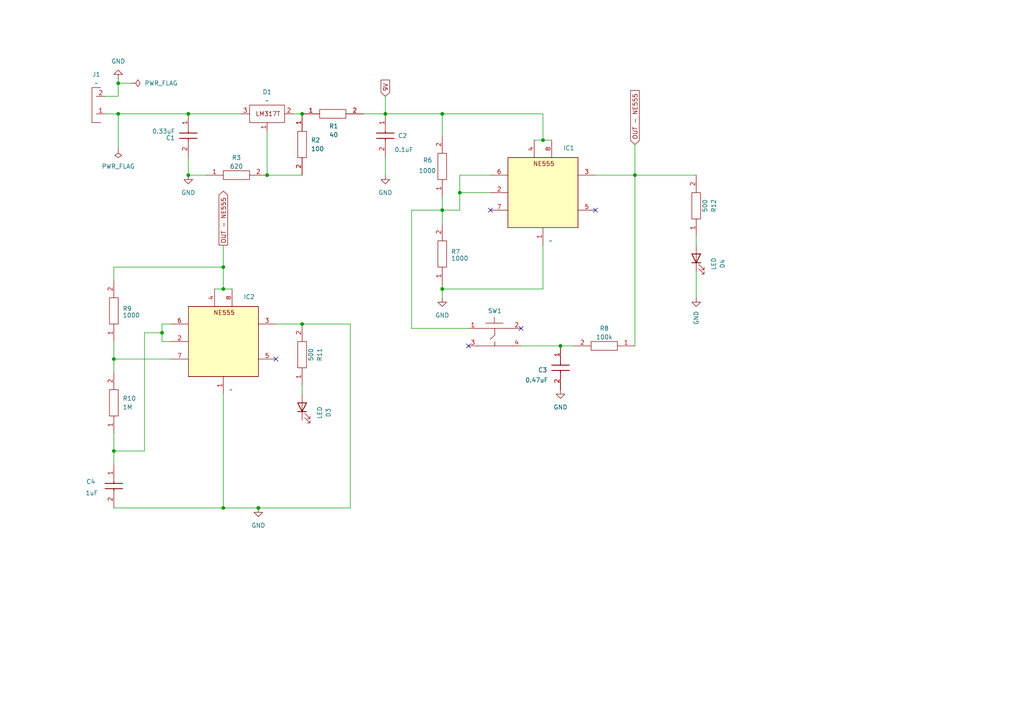
<source format=kicad_sch>
(kicad_sch (version 20250114) (generator "eeschema") (generator_version "9.0")
  (paper "A4")
  (lib_symbols
    (symbol "Device:LED" (pin_numbers (hide yes)) (pin_names (offset 1.016) (hide yes))
      (property "Reference" "D" (at 0 2.54 0))
      (property "Value" "LED" (at 0 -2.54 0))
      (symbol "LED_0_1"
        (polyline (pts (xy -3.048 -0.762) (xy -4.572 -2.286) (xy -3.81 -2.286) (xy -4.572 -2.286) (xy -4.572 -1.524)))
        (polyline (pts (xy -1.778 -0.762) (xy -3.302 -2.286) (xy -2.54 -2.286) (xy -3.302 -2.286) (xy -3.302 -1.524)))
        (polyline (pts (xy -1.27 0) (xy 1.27 0)))
        (polyline (pts (xy -1.27 -1.27) (xy -1.27 1.27)) (stroke (width 0.254)))
        (polyline (pts (xy 1.27 -1.27) (xy 1.27 1.27) (xy -1.27 0) (xy 1.27 -1.27)) (stroke (width 0.254)))
      )
      (symbol "LED_1_1"
        (pin passive line (at -3.81 0 0) (length 2.54) (name "K") (number "1"))
        (pin passive line (at 3.81 0 180) (length 2.54) (name "A") (number "2"))
      )
    )
    (symbol "My_lib2:C_564R60GAD10" (pin_names (hide yes))
      (property "Reference" "C" (at 5.588 5.588 0))
      (symbol "C_564R60GAD10_1_1"
        (polyline (pts (xy 5.08 0) (xy 5.588 0)) (stroke (width 0.254)))
        (polyline (pts (xy 5.588 2.54) (xy 5.588 -2.54)) (stroke (width 0.254)))
        (polyline (pts (xy 7.112 2.54) (xy 7.112 -2.54)) (stroke (width 0.254)))
        (polyline (pts (xy 7.112 0) (xy 7.62 0)) (stroke (width 0.254)))
        (pin passive line (at 0 0 0) (length 5.08) (name "1") (number "1"))
        (pin passive line (at 12.7 0 180) (length 5.08) (name "2") (number "2"))
      )
    )
    (symbol "My_lib2:LM317T"
      (property "Reference" "D1" (at 7.62 6.35 0))
      (property "Value" "~" (at 7.62 3.81 0))
      (symbol "LM317T_0_1"
        (rectangle (start 2.54 2.54) (end 12.7 -2.54))
      )
      (symbol "LM317T_1_1"
        (text "LM317T\n" (at 7.874 0 0) (effects (font (size 1.27 1.27))))
        (pin input line (at 0 0 0) (length 2.54) (name "") (number "3"))
        (pin input line (at 7.62 -5.08 90) (length 2.54) (name "") (number "1"))
        (pin input line (at 15.24 0 180) (length 2.54) (name "") (number "2"))
      )
    )
    (symbol "My_lib2:NE555"
      (property "Reference" "IC" (at 17.272 3.048 0))
      (symbol "NE555_0_1"
        (rectangle (start 0 0) (end 20.32 -20.32))
      )
      (symbol "NE555_1_1"
        (text "NE555\n" (at 10.414 -1.778 0) (effects (font (size 1.27 1.27))))
        (text_box "" (at 20.32 -20.32 0) (size -20.32 20.32) (margins 1.016 1.016 1.016 1.016) (fill (type color) (color 255 255 194 1)) (effects (font (size 1.27 1.27)) (justify left top)))
        (pin passive line (at -5.08 -5.08 0) (length 5.08) (name "") (number "6"))
        (pin passive line (at -5.08 -10.16 0) (length 5.08) (name "") (number "2"))
        (pin passive line (at -5.08 -15.24 0) (length 5.08) (name "") (number "7"))
        (pin passive line (at 7.62 5.08 270) (length 5.08) (name "") (number "4"))
        (pin passive line (at 10.16 -25.4 90) (length 5.08) (name "") (number "1"))
        (pin passive line (at 12.7 5.08 270) (length 5.08) (name "") (number "8"))
        (pin passive line (at 25.4 -5.08 180) (length 5.08) (name "") (number "3"))
        (pin passive line (at 25.4 -15.24 180) (length 5.08) (name "") (number "5"))
      )
    )
    (symbol "My_lib2:R_CF100-3K3-J-TB-070-62" (pin_names (offset 0) (hide yes))
      (property "Reference" "R" (at 5.08 2.794 0))
      (symbol "R_CF100-3K3-J-TB-070-62_0_0"
        (pin passive line (at 0 0 0) (length 5.08) (name "~") (number "1"))
        (pin passive line (at 17.78 0 180) (length 5.08) (name "~") (number "2"))
      )
      (symbol "R_CF100-3K3-J-TB-070-62_0_1"
        (polyline (pts (xy 5.08 1.27) (xy 12.7 1.27) (xy 12.7 -1.27) (xy 5.08 -1.27) (xy 5.08 1.27)) (stroke (width 0.1524)))
      )
    )
    (symbol "My_lib2:SW_Push" (pin_names (offset 0.002) (hide yes))
      (property "Reference" "SW" (at 0.635 3.81 0))
      (symbol "SW_Push_0_1"
        (polyline (pts (xy -5.08 0) (xy 5.08 0)))
        (polyline (pts (xy -0.127 1.524) (xy -0.127 3.302)))
        (polyline (pts (xy 0 0) (xy 0 -1.905) (xy -1.27 -3.175)))
        (polyline (pts (xy 0 -3.81) (xy 0 -5.08) (xy -5.08 -5.08) (xy 5.08 -5.08)))
        (polyline (pts (xy 2.413 1.524) (xy -2.667 1.524)))
        (pin passive line (at -7.62 0 0) (length 2.54) (name "1") (number "1"))
      )
      (symbol "SW_Push_1_1"
        (pin passive line (at -7.62 -5.08 0) (length 2.54) (name "1") (number "3"))
        (pin passive line (at 7.62 0 180) (length 2.54) (name "2") (number "2"))
        (pin passive line (at 7.62 -5.08 180) (length 2.54) (name "2") (number "4"))
      )
    )
    (symbol "My_lib2:TB-09A"
      (property "Reference" "J1" (at -1.016 1.778 0))
      (property "Value" "~" (at 3.81 -2.54 0))
      (symbol "TB-09A_0_1"
        (polyline (pts (xy 5.08 -2.54) (xy 5.08 0) (xy -5.08 0) (xy -5.08 -2.54)))
      )
      (symbol "TB-09A_1_1"
        (pin power_in line (at -2.54 -3.81 90) (length 2.54) (name "") (number "1"))
        (pin power_in line (at 2.54 -3.81 90) (length 2.54) (name "") (number "2"))
      )
    )
    (symbol "NE555_1"
      (property "Reference" "IC2" (at 16.002 2.794 0))
      (property "Value" "~" (at 11.8111 -24.13 0))
      (symbol "NE555_1_0_1"
        (rectangle (start 0 0) (end 20.32 -20.32))
      )
      (symbol "NE555_1_1_1"
        (text "NE555\n" (at 10.414 -1.778 0) (effects (font (size 1.27 1.27))))
        (text_box "" (at 20.32 -20.32 0) (size -20.32 20.32) (margins 1.016 1.016 1.016 1.016) (fill (type color) (color 255 255 194 1)) (effects (font (size 1.27 1.27)) (justify left top)))
        (pin passive line (at -5.08 -5.08 0) (length 5.08) (name "") (number "6"))
        (pin passive line (at -5.08 -10.16 0) (length 5.08) (name "") (number "2"))
        (pin passive line (at -5.08 -15.24 0) (length 5.08) (name "") (number "7"))
        (pin passive line (at 7.62 5.08 270) (length 5.08) (name "") (number "4"))
        (pin passive line (at 10.16 -25.4 90) (length 5.08) (name "") (number "1"))
        (pin passive line (at 12.7 5.08 270) (length 5.08) (name "") (number "8"))
        (pin passive line (at 25.4 -5.08 180) (length 5.08) (name "") (number "3"))
        (pin passive line (at 25.4 -15.24 180) (length 5.08) (name "") (number "5"))
      )
    )
    (symbol "power:GND" (power) (pin_numbers (hide yes)) (pin_names (offset 0) (hide yes))
      (property "Value" "GND" (at 0 -3.81 0))
      (symbol "GND_0_1"
        (polyline (pts (xy 0 0) (xy 0 -1.27) (xy 1.27 -1.27) (xy 0 -2.54) (xy -1.27 -1.27) (xy 0 -1.27)))
      )
      (symbol "GND_1_1"
        (pin power_in line (at 0 0 270) (length 0) (name "~") (number "1"))
      )
    )
    (symbol "power:PWR_FLAG" (power) (pin_numbers (hide yes)) (pin_names (offset 0) (hide yes))
      (property "Value" "PWR_FLAG" (at 0 3.81 0))
      (symbol "PWR_FLAG_0_0"
        (pin power_out line (at 0 0 90) (length 0) (name "~") (number "1"))
      )
      (symbol "PWR_FLAG_0_1"
        (polyline (pts (xy 0 0) (xy 0 1.27) (xy -1.016 1.905) (xy 0 2.54) (xy 1.016 1.905) (xy 0 1.27)))
      )
    )
  )
  (junction (at 34.29 33.02))
  (junction (at 128.27 83.82))
  (junction (at 133.35 55.88))
  (junction (at 46.99 96.52))
  (junction (at 54.61 33.02))
  (junction (at 111.76 33.02))
  (junction (at 74.93 147.32))
  (junction (at 54.61 50.8))
  (junction (at 33.02 104.14))
  (junction (at 87.63 33.02))
  (junction (at 128.27 33.02))
  (junction (at 77.47 50.8))
  (junction (at 184.15 50.8))
  (junction (at 64.77 77.47))
  (junction (at 128.27 60.96))
  (junction (at 162.56 100.33))
  (junction (at 64.77 147.32))
  (junction (at 33.02 130.81))
  (junction (at 87.63 93.98))
  (junction (at 64.77 83.82))
  (junction (at 34.29 24.13))
  (junction (at 157.48 40.64))
  (no_connect (at 135.89 100.33))
  (no_connect (at 151.13 95.25))
  (no_connect (at 142.24 60.96))
  (no_connect (at 80.01 104.14))
  (no_connect (at 172.72 60.96))
  (wire (pts (xy 46.99 93.98) (xy 49.53 93.98)))
  (wire (pts (xy 157.48 33.02) (xy 157.48 40.64)))
  (wire (pts (xy 34.29 27.94) (xy 30.48 27.94)))
  (wire (pts (xy 77.47 38.1) (xy 77.47 50.8)))
  (wire (pts (xy 111.76 27.94) (xy 111.76 33.02)))
  (wire (pts (xy 77.47 50.8) (xy 87.63 50.8)))
  (wire (pts (xy 54.61 45.72) (xy 54.61 50.8)))
  (wire (pts (xy 64.77 114.3) (xy 64.77 147.32)))
  (wire (pts (xy 46.99 99.06) (xy 46.99 96.52)))
  (wire (pts (xy 111.76 33.02) (xy 128.27 33.02)))
  (wire (pts (xy 64.77 147.32) (xy 74.93 147.32)))
  (wire (pts (xy 34.29 33.02) (xy 54.61 33.02)))
  (wire (pts (xy 46.99 96.52) (xy 46.99 93.98)))
  (wire (pts (xy 74.93 147.32) (xy 101.6 147.32)))
  (wire (pts (xy 154.94 40.64) (xy 157.48 40.64)))
  (wire (pts (xy 101.6 93.98) (xy 101.6 147.32)))
  (wire (pts (xy 34.29 43.18) (xy 34.29 33.02)))
  (wire (pts (xy 34.29 24.13) (xy 38.1 24.13)))
  (wire (pts (xy 133.35 60.96) (xy 128.27 60.96)))
  (wire (pts (xy 64.77 71.12) (xy 64.77 77.47)))
  (wire (pts (xy 64.77 77.47) (xy 64.77 83.82)))
  (wire (pts (xy 128.27 82.55) (xy 128.27 83.82)))
  (wire (pts (xy 33.02 104.14) (xy 49.53 104.14)))
  (wire (pts (xy 46.99 96.52) (xy 41.91 96.52)))
  (wire (pts (xy 64.77 83.82) (xy 67.31 83.82)))
  (wire (pts (xy 151.13 100.33) (xy 162.56 100.33)))
  (wire (pts (xy 201.93 68.58) (xy 201.93 71.12)))
  (wire (pts (xy 30.48 33.02) (xy 34.29 33.02)))
  (wire (pts (xy 59.69 50.8) (xy 54.61 50.8)))
  (wire (pts (xy 41.91 96.52) (xy 41.91 130.81)))
  (wire (pts (xy 33.02 99.06) (xy 33.02 104.14)))
  (wire (pts (xy 128.27 83.82) (xy 157.48 83.82)))
  (wire (pts (xy 128.27 33.02) (xy 157.48 33.02)))
  (wire (pts (xy 184.15 41.91) (xy 184.15 50.8)))
  (wire (pts (xy 33.02 77.47) (xy 64.77 77.47)))
  (wire (pts (xy 133.35 55.88) (xy 142.24 55.88)))
  (wire (pts (xy 34.29 22.86) (xy 34.29 24.13)))
  (wire (pts (xy 133.35 50.8) (xy 133.35 55.88)))
  (wire (pts (xy 142.24 50.8) (xy 133.35 50.8)))
  (wire (pts (xy 33.02 125.73) (xy 33.02 130.81)))
  (wire (pts (xy 49.53 99.06) (xy 46.99 99.06)))
  (wire (pts (xy 157.48 40.64) (xy 160.02 40.64)))
  (wire (pts (xy 128.27 83.82) (xy 128.27 86.36)))
  (wire (pts (xy 128.27 60.96) (xy 119.38 60.96)))
  (wire (pts (xy 172.72 50.8) (xy 184.15 50.8)))
  (wire (pts (xy 184.15 50.8) (xy 184.15 100.33)))
  (wire (pts (xy 34.29 24.13) (xy 34.29 27.94)))
  (wire (pts (xy 80.01 93.98) (xy 87.63 93.98)))
  (wire (pts (xy 128.27 33.02) (xy 128.27 39.37)))
  (wire (pts (xy 41.91 130.81) (xy 33.02 130.81)))
  (wire (pts (xy 54.61 33.02) (xy 69.85 33.02)))
  (wire (pts (xy 128.27 57.15) (xy 128.27 60.96)))
  (wire (pts (xy 33.02 147.32) (xy 64.77 147.32)))
  (wire (pts (xy 119.38 60.96) (xy 119.38 95.25)))
  (wire (pts (xy 111.76 45.72) (xy 111.76 50.8)))
  (wire (pts (xy 62.23 83.82) (xy 64.77 83.82)))
  (wire (pts (xy 87.63 111.76) (xy 87.63 114.3)))
  (wire (pts (xy 184.15 50.8) (xy 201.93 50.8)))
  (wire (pts (xy 128.27 60.96) (xy 128.27 64.77)))
  (wire (pts (xy 87.63 93.98) (xy 101.6 93.98)))
  (wire (pts (xy 157.48 71.12) (xy 157.48 83.82)))
  (wire (pts (xy 33.02 77.47) (xy 33.02 81.28)))
  (wire (pts (xy 85.09 33.02) (xy 87.63 33.02)))
  (wire (pts (xy 201.93 78.74) (xy 201.93 86.36)))
  (wire (pts (xy 33.02 130.81) (xy 33.02 134.62)))
  (wire (pts (xy 111.76 33.02) (xy 105.41 33.02)))
  (wire (pts (xy 33.02 104.14) (xy 33.02 107.95)))
  (wire (pts (xy 133.35 55.88) (xy 133.35 60.96)))
  (wire (pts (xy 162.56 100.33) (xy 166.37 100.33)))
  (wire (pts (xy 119.38 95.25) (xy 135.89 95.25)))
  (global_label "9V" (shape input) (at 111.76 27.94 90) (property "Intersheetrefs" "${INTERSHEET_REFS}" (effects (hide yes))))
  (global_label "OUT - NE555" (shape output) (at 64.77 71.12 90) (property "Intersheetrefs" "${INTERSHEET_REFS}" (effects (hide yes))))
  (global_label "OUT - NE555" (shape input) (at 184.15 41.91 90) (property "Intersheetrefs" "${INTERSHEET_REFS}" (effects (hide yes))))
  (symbol (lib_id "My_lib2:C_564R60GAD10") (at 33.02 134.62 270) (unit 1)
    (property "Reference" "C4" (at 27.686 139.7 90) (effects (justify right)))
    (property "Value" "1uF" (at 28.448 143.002 90) (effects (justify right)))
    (property "Footprint" "My_lib2:C - 564R60GAD10" (effects (hide yes)))
    (property "Datasheet" "https://componentsearchengine.com/Datasheets/1/564R60GAD10.pdf" (effects (hide yes)))
    (property "Description" "Cap Ceramic Single 0.001uF 6000V Z5U 20% (10.2 X 6.9mm) Radial 9.5mm 105C Bulk" (effects (hide yes)))
    (property "Height" "10.2" (effects (hide yes)))
    (property "Manufacturer_Name" "Vishay" (effects (hide yes)))
    (property "Manufacturer_Part_Number" "564R60GAD10" (effects (hide yes)))
    (property "Mouser Part Number" "75-564R60GAD10" (effects (hide yes)))
    (property "Mouser Price/Stock" "https://www.mouser.co.uk/ProductDetail/Vishay/564R60GAD10?qs=xrnNvQC1SKQV3fR046g7Jg%3D%3D" (effects (hide yes)))
    (property "Arrow Part Number" "564R60GAD10" (effects (hide yes)))
    (property "Arrow Price/Stock" "https://www.arrow.com/en/products/564r60gad10/vishay?region=nac" (effects (hide yes)))
  )
  (symbol (lib_id "My_lib2:TB-09A") (at 26.67 30.48 90) (unit 1)
    (property "Reference" "J1" (at 27.94 21.59 90))
    (property "Value" "~" (at 27.94 24.13 90))
    (property "Footprint" "My_lib2:TB-09A" (effects (hide yes)))
    (property "Description" "Винтовой разъем на плату" (effects (hide yes)))
  )
  (symbol (lib_id "power:PWR_FLAG") (at 34.29 43.18 180) (unit 1)
    (property "Reference" "#FLG1" (effects (hide yes)))
    (property "Value" "PWR_FLAG" (at 34.29 48.26 0))
    (property "Description" "Special symbol for telling ERC where power comes from" (effects (hide yes)))
  )
  (symbol (lib_id "power:GND") (at 162.56 113.03 0) (unit 1)
    (property "Reference" "#PWR09" (effects (hide yes)))
    (property "Value" "GND" (at 162.56 118.11 0))
    (property "Description" "Power symbol creates a global label with name \"GND\" , ground" (effects (hide yes)))
  )
  (symbol (lib_id "My_lib2:R_CF100-3K3-J-TB-070-62") (at 87.63 111.76 90) (unit 1)
    (property "Reference" "R11" (at 92.71 102.87 0))
    (property "Value" "500" (at 90.17 102.87 0))
    (property "Footprint" "My_lib2:R axil" (effects (hide yes)))
    (property "Description" "CF100-3K3-J-TB-070-62 CARBON FILM FIXED RESISTOR, 1.0(1W)" (effects (hide yes)))
    (property "Description_1" "CARBON FILM FIXED RESISTOR, 1.0(1W)" (effects (hide yes)))
    (property "Manufacturer_Name" "HKR" (effects (hide yes)))
    (property "Manufacturer_Part_Number" "CF100-3K3-J-TB-070-62" (effects (hide yes)))
  )
  (symbol (lib_id "power:GND") (at 34.29 22.86 180) (unit 1)
    (property "Reference" "#PWR4" (effects (hide yes)))
    (property "Value" "GND" (at 34.29 17.78 0))
    (property "Description" "Power symbol creates a global label with name \"GND\" , ground" (effects (hide yes)))
  )
  (symbol (lib_id "power:GND") (at 201.93 86.36 0) (unit 1)
    (property "Reference" "#PWR011" (effects (hide yes)))
    (property "Value" "GND" (at 201.9301 90.17 90) (effects (justify right)))
    (property "Description" "Power symbol creates a global label with name \"GND\" , ground" (effects (hide yes)))
  )
  (symbol (lib_id "My_lib2:R_CF100-3K3-J-TB-070-62") (at 59.69 50.8 0) (unit 1)
    (property "Reference" "R3" (at 68.58 45.72 0))
    (property "Value" "620" (at 68.58 48.26 0))
    (property "Footprint" "My_lib2:R axil" (effects (hide yes)))
    (property "Description" "CF100-3K3-J-TB-070-62 CARBON FILM FIXED RESISTOR, 1.0(1W)" (effects (hide yes)))
    (property "Description_1" "CARBON FILM FIXED RESISTOR, 1.0(1W)" (effects (hide yes)))
    (property "Manufacturer_Name" "HKR" (effects (hide yes)))
    (property "Manufacturer_Part_Number" "CF100-3K3-J-TB-070-62" (effects (hide yes)))
  )
  (symbol (lib_id "My_lib2:NE555") (at 147.32 45.72 0) (unit 1)
    (property "Reference" "IC1" (at 163.322 42.926 0) (effects (justify left)))
    (property "Value" "~" (at 159.1311 69.85 0) (effects (justify left)))
    (property "Footprint" "My_lib2:8-DIP" (effects (hide yes)))
    (property "Datasheet" "https://static.chipdip.ru/lib/142/DOC000142784.pdf" (effects (hide yes)))
  )
  (symbol (lib_id "power:GND") (at 111.76 50.8 0) (unit 1)
    (property "Reference" "#PWR7" (effects (hide yes)))
    (property "Value" "GND" (at 111.76 55.88 0))
    (property "Description" "Power symbol creates a global label with name \"GND\" , ground" (effects (hide yes)))
  )
  (symbol (lib_id "My_lib2:C_564R60GAD10") (at 162.56 100.33 270) (unit 1)
    (property "Reference" "C3" (at 158.75 107.3151 90) (effects (justify right)))
    (property "Value" "0.47uF" (at 159.004 110.236 90) (effects (justify right)))
    (property "Footprint" "My_lib2:C - 564R60GAD10" (effects (hide yes)))
    (property "Datasheet" "https://componentsearchengine.com/Datasheets/1/564R60GAD10.pdf" (effects (hide yes)))
    (property "Description" "Cap Ceramic Single 0.001uF 6000V Z5U 20% (10.2 X 6.9mm) Radial 9.5mm 105C Bulk" (effects (hide yes)))
    (property "Height" "10.2" (effects (hide yes)))
    (property "Manufacturer_Name" "Vishay" (effects (hide yes)))
    (property "Manufacturer_Part_Number" "564R60GAD10" (effects (hide yes)))
    (property "Mouser Part Number" "75-564R60GAD10" (effects (hide yes)))
    (property "Mouser Price/Stock" "https://www.mouser.co.uk/ProductDetail/Vishay/564R60GAD10?qs=xrnNvQC1SKQV3fR046g7Jg%3D%3D" (effects (hide yes)))
    (property "Arrow Part Number" "564R60GAD10" (effects (hide yes)))
    (property "Arrow Price/Stock" "https://www.arrow.com/en/products/564r60gad10/vishay?region=nac" (effects (hide yes)))
  )
  (symbol (lib_id "Device:LED") (at 201.93 74.93 90) (unit 1)
    (property "Reference" "D4" (at 209.55 76.5175 0))
    (property "Value" "LED" (at 207.01 76.5175 0))
    (property "Description" "Light emitting diode" (effects (hide yes)))
    (property "Sim.Pins" "1=K 2=A" (effects (hide yes)))
  )
  (symbol (lib_id "My_lib2:R_CF100-3K3-J-TB-070-62") (at 87.63 33.02 0) (unit 1)
    (property "Reference" "R1" (at 96.774 36.576 0))
    (property "Value" "40" (at 96.774 39.116 0))
    (property "Footprint" "My_lib2:R axil" (effects (hide yes)))
    (property "Description" "CF100-3K3-J-TB-070-62 CARBON FILM FIXED RESISTOR, 1.0(1W)" (effects (hide yes)))
    (property "Description_1" "CARBON FILM FIXED RESISTOR, 1.0(1W)" (effects (hide yes)))
    (property "Manufacturer_Name" "HKR" (effects (hide yes)))
    (property "Manufacturer_Part_Number" "CF100-3K3-J-TB-070-62" (effects (hide yes)))
  )
  (symbol (lib_id "power:GND") (at 74.93 147.32 0) (unit 1)
    (property "Reference" "#PWR010" (effects (hide yes)))
    (property "Value" "GND" (at 74.93 152.4 0))
    (property "Description" "Power symbol creates a global label with name \"GND\" , ground" (effects (hide yes)))
  )
  (symbol (lib_id "My_lib2:R_CF100-3K3-J-TB-070-62") (at 87.63 33.02 270) (unit 1)
    (property "Reference" "R2" (at 90.17 40.6399 90) (effects (justify left)))
    (property "Value" "100" (at 90.17 43.1799 90) (effects (justify left)))
    (property "Footprint" "My_lib2:R axil" (effects (hide yes)))
    (property "Description" "CF100-3K3-J-TB-070-62 CARBON FILM FIXED RESISTOR, 1.0(1W)" (effects (hide yes)))
    (property "Description_1" "CARBON FILM FIXED RESISTOR, 1.0(1W)" (effects (hide yes)))
    (property "Manufacturer_Name" "HKR" (effects (hide yes)))
    (property "Manufacturer_Part_Number" "CF100-3K3-J-TB-070-62" (effects (hide yes)))
  )
  (symbol (lib_id "My_lib2:R_CF100-3K3-J-TB-070-62") (at 184.15 100.33 180) (unit 1)
    (property "Reference" "R8" (at 175.26 95.25 0))
    (property "Value" "100k" (at 175.26 97.79 0))
    (property "Footprint" "My_lib2:R axil" (effects (hide yes)))
    (property "Description" "CF100-3K3-J-TB-070-62 CARBON FILM FIXED RESISTOR, 1.0(1W)" (effects (hide yes)))
    (property "Description_1" "CARBON FILM FIXED RESISTOR, 1.0(1W)" (effects (hide yes)))
    (property "Manufacturer_Name" "HKR" (effects (hide yes)))
    (property "Manufacturer_Part_Number" "CF100-3K3-J-TB-070-62" (effects (hide yes)))
  )
  (symbol (lib_id "My_lib2:LM317T") (at 69.85 33.02 0) (unit 1)
    (property "Reference" "D1" (at 77.47 26.67 0))
    (property "Value" "~" (at 77.47 29.21 0))
    (property "Footprint" "My_lib2:TO-220 - L7805ACV" (effects (hide yes)))
    (property "Datasheet" "https://cdn.promelec.ru/upload/datasheet/b/c/LM117-LM217-LM317-ST.pdf" (effects (hide yes)))
    (property "Description" "Output voltage range: 1.2 to 37 V  ;  Output current in excess of 1.5 A" (effects (hide yes)))
  )
  (symbol (lib_id "My_lib2:R_CF100-3K3-J-TB-070-62") (at 128.27 82.55 90) (unit 1)
    (property "Reference" "R7" (at 130.81 73.0249 90) (effects (justify right)))
    (property "Value" "1000" (at 130.81 74.93 90) (effects (justify right)))
    (property "Footprint" "My_lib2:R axil" (effects (hide yes)))
    (property "Description" "CF100-3K3-J-TB-070-62 CARBON FILM FIXED RESISTOR, 1.0(1W)" (effects (hide yes)))
    (property "Description_1" "CARBON FILM FIXED RESISTOR, 1.0(1W)" (effects (hide yes)))
    (property "Manufacturer_Name" "HKR" (effects (hide yes)))
    (property "Manufacturer_Part_Number" "CF100-3K3-J-TB-070-62" (effects (hide yes)))
  )
  (symbol (lib_id "My_lib2:C_564R60GAD10") (at 111.76 33.02 270) (unit 1)
    (property "Reference" "C2" (at 118.11 39.37 90) (effects (justify right)))
    (property "Value" "0.1uF" (at 119.888 43.434 90) (effects (justify right)))
    (property "Footprint" "My_lib2:C - 564R60GAD10" (effects (hide yes)))
    (property "Datasheet" "https://componentsearchengine.com/Datasheets/1/564R60GAD10.pdf" (effects (hide yes)))
    (property "Description" "Cap Ceramic Single 0.001uF 6000V Z5U 20% (10.2 X 6.9mm) Radial 9.5mm 105C Bulk" (effects (hide yes)))
    (property "Height" "10.2" (effects (hide yes)))
    (property "Manufacturer_Name" "Vishay" (effects (hide yes)))
    (property "Manufacturer_Part_Number" "564R60GAD10" (effects (hide yes)))
    (property "Mouser Part Number" "75-564R60GAD10" (effects (hide yes)))
    (property "Mouser Price/Stock" "https://www.mouser.co.uk/ProductDetail/Vishay/564R60GAD10?qs=xrnNvQC1SKQV3fR046g7Jg%3D%3D" (effects (hide yes)))
    (property "Arrow Part Number" "564R60GAD10" (effects (hide yes)))
    (property "Arrow Price/Stock" "https://www.arrow.com/en/products/564r60gad10/vishay?region=nac" (effects (hide yes)))
  )
  (symbol (lib_id "My_lib2:R_CF100-3K3-J-TB-070-62") (at 33.02 125.73 90) (unit 1)
    (property "Reference" "R10" (at 35.56 115.5699 90) (effects (justify right)))
    (property "Value" "1M" (at 35.56 118.1099 90) (effects (justify right)))
    (property "Footprint" "My_lib2:R axil" (effects (hide yes)))
    (property "Description" "CF100-3K3-J-TB-070-62 CARBON FILM FIXED RESISTOR, 1.0(1W)" (effects (hide yes)))
    (property "Description_1" "CARBON FILM FIXED RESISTOR, 1.0(1W)" (effects (hide yes)))
    (property "Manufacturer_Name" "HKR" (effects (hide yes)))
    (property "Manufacturer_Part_Number" "CF100-3K3-J-TB-070-62" (effects (hide yes)))
  )
  (symbol (lib_id "My_lib2:R_CF100-3K3-J-TB-070-62") (at 201.93 68.58 90) (unit 1)
    (property "Reference" "R12" (at 207.01 59.69 0))
    (property "Value" "500" (at 204.47 59.69 0))
    (property "Footprint" "My_lib2:R axil" (effects (hide yes)))
    (property "Description" "CF100-3K3-J-TB-070-62 CARBON FILM FIXED RESISTOR, 1.0(1W)" (effects (hide yes)))
    (property "Description_1" "CARBON FILM FIXED RESISTOR, 1.0(1W)" (effects (hide yes)))
    (property "Manufacturer_Name" "HKR" (effects (hide yes)))
    (property "Manufacturer_Part_Number" "CF100-3K3-J-TB-070-62" (effects (hide yes)))
  )
  (symbol (lib_id "My_lib2:R_CF100-3K3-J-TB-070-62") (at 33.02 99.06 90) (unit 1)
    (property "Reference" "R9" (at 35.56 89.5349 90) (effects (justify right)))
    (property "Value" "1000" (at 35.56 91.44 90) (effects (justify right)))
    (property "Footprint" "My_lib2:R axil" (effects (hide yes)))
    (property "Description" "CF100-3K3-J-TB-070-62 CARBON FILM FIXED RESISTOR, 1.0(1W)" (effects (hide yes)))
    (property "Description_1" "CARBON FILM FIXED RESISTOR, 1.0(1W)" (effects (hide yes)))
    (property "Manufacturer_Name" "HKR" (effects (hide yes)))
    (property "Manufacturer_Part_Number" "CF100-3K3-J-TB-070-62" (effects (hide yes)))
  )
  (symbol (lib_name "NE555_1") (lib_id "My_lib2:NE555") (at 54.61 88.9 0) (unit 1)
    (property "Reference" "IC2" (at 70.612 86.106 0) (effects (justify left)))
    (property "Value" "~" (at 66.4211 113.03 0) (effects (justify left)))
    (property "Footprint" "My_lib2:8-DIP" (effects (hide yes)))
    (property "Datasheet" "https://static.chipdip.ru/lib/142/DOC000142784.pdf" (effects (hide yes)))
  )
  (symbol (lib_id "power:GND") (at 128.27 86.36 0) (unit 1)
    (property "Reference" "#PWR8" (effects (hide yes)))
    (property "Value" "GND" (at 128.27 91.44 0))
    (property "Description" "Power symbol creates a global label with name \"GND\" , ground" (effects (hide yes)))
  )
  (symbol (lib_id "My_lib2:SW_Push") (at 143.51 95.25 0) (unit 1)
    (property "Reference" "SW1" (at 143.51 90.17 0))
    (property "Value" "SW_Push" (effects (hide yes)))
    (property "Footprint" "My_lib2:SW - 0650HIM-130G-G" (effects (hide yes)))
    (property "Description" "Push button switch, generic, two pins" (effects (hide yes)))
  )
  (symbol (lib_id "My_lib2:C_564R60GAD10") (at 54.61 33.02 270) (unit 1)
    (property "Reference" "C1" (at 50.8 40.0051 90) (effects (justify right)))
    (property "Value" "0.33uF" (at 50.8 38.1 90) (effects (justify right)))
    (property "Footprint" "My_lib2:C - 564R60GAD10" (effects (hide yes)))
    (property "Datasheet" "https://componentsearchengine.com/Datasheets/1/564R60GAD10.pdf" (effects (hide yes)))
    (property "Description" "Cap Ceramic Single 0.001uF 6000V Z5U 20% (10.2 X 6.9mm) Radial 9.5mm 105C Bulk" (effects (hide yes)))
    (property "Height" "10.2" (effects (hide yes)))
    (property "Manufacturer_Name" "Vishay" (effects (hide yes)))
    (property "Manufacturer_Part_Number" "564R60GAD10" (effects (hide yes)))
    (property "Mouser Part Number" "75-564R60GAD10" (effects (hide yes)))
    (property "Mouser Price/Stock" "https://www.mouser.co.uk/ProductDetail/Vishay/564R60GAD10?qs=xrnNvQC1SKQV3fR046g7Jg%3D%3D" (effects (hide yes)))
    (property "Arrow Part Number" "564R60GAD10" (effects (hide yes)))
    (property "Arrow Price/Stock" "https://www.arrow.com/en/products/564r60gad10/vishay?region=nac" (effects (hide yes)))
  )
  (symbol (lib_id "Device:LED") (at 87.63 118.11 90) (unit 1)
    (property "Reference" "D3" (at 95.25 119.6975 0))
    (property "Value" "LED" (at 92.71 119.6975 0))
    (property "Description" "Light emitting diode" (effects (hide yes)))
    (property "Sim.Pins" "1=K 2=A" (effects (hide yes)))
  )
  (symbol (lib_id "My_lib2:R_CF100-3K3-J-TB-070-62") (at 128.27 57.15 90) (unit 1)
    (property "Reference" "R6" (at 122.682 46.482 90) (effects (justify right)))
    (property "Value" "1000" (at 121.412 49.53 90) (effects (justify right)))
    (property "Footprint" "My_lib2:R axil" (effects (hide yes)))
    (property "Description" "CF100-3K3-J-TB-070-62 CARBON FILM FIXED RESISTOR, 1.0(1W)" (effects (hide yes)))
    (property "Description_1" "CARBON FILM FIXED RESISTOR, 1.0(1W)" (effects (hide yes)))
    (property "Manufacturer_Name" "HKR" (effects (hide yes)))
    (property "Manufacturer_Part_Number" "CF100-3K3-J-TB-070-62" (effects (hide yes)))
  )
  (symbol (lib_id "power:PWR_FLAG") (at 38.1 24.13 270) (unit 1)
    (property "Reference" "#FLG2" (effects (hide yes)))
    (property "Value" "PWR_FLAG" (at 41.91 24.1299 90) (effects (justify left)))
    (property "Description" "Special symbol for telling ERC where power comes from" (effects (hide yes)))
  )
  (symbol (lib_id "power:GND") (at 54.61 50.8 0) (unit 1)
    (property "Reference" "#PWR6" (effects (hide yes)))
    (property "Value" "GND" (at 54.61 55.88 0))
    (property "Description" "Power symbol creates a global label with name \"GND\" , ground" (effects (hide yes)))
  )
)
</source>
